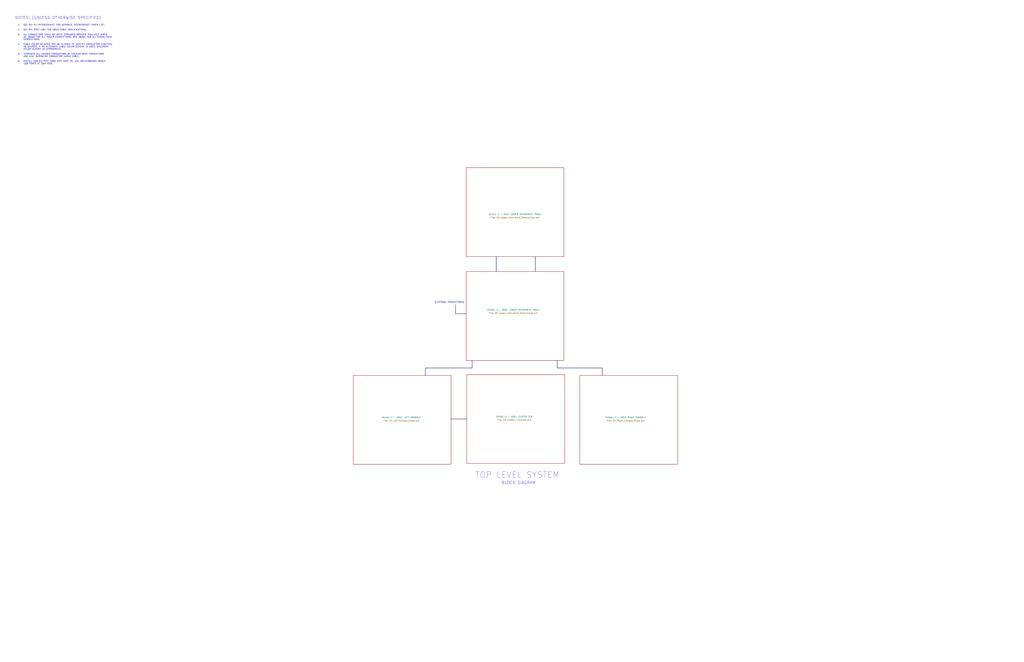
<source format=kicad_sch>
(kicad_sch (version 20230121) (generator eeschema)
  (paper "D")
  (title_block (title "INTERCONNECT,") (date "2023-06-10") (rev "-") (company "OPENHORNET.COM") (comment 1 "OH-INTERCONNECT") (comment 2 "OPENHORNET SYSTEM") (comment 3 "TOP LEVEL") (comment 4 "J. STEENSEN") (comment 6 "J. STEENSEN"))
  (junction (at 598.17 -86.36))
  (no_connect (at 786.13 -124.46))
  (no_connect (at 462.28 -170.18))
  (no_connect (at 613.41 -78.74))
  (no_connect (at 633.73 -78.74))
  (no_connect (at 643.89 -78.74))
  (no_connect (at 628.65 -78.74))
  (bus_entry (at 605.79 -81.28) (size 2.54 2.54))
  (bus_entry (at 632.46 -88.9) (size 2.54 2.54))
  (bus_entry (at 650.24 -100.33) (size 2.54 2.54))
  (bus_entry (at 600.71 -95.25) (size -2.54 2.54))
  (bus_entry (at 650.24 -115.57) (size 2.54 2.54))
  (bus_entry (at 600.71 -107.95) (size -2.54 2.54))
  (bus_entry (at 650.24 -118.11) (size 2.54 2.54))
  (bus_entry (at 603.25 -81.28) (size 2.54 2.54))
  (bus_entry (at 627.38 -88.9) (size 2.54 2.54))
  (bus_entry (at 622.3 -88.9) (size 2.54 2.54))
  (bus_entry (at 635 -88.9) (size 2.54 2.54))
  (bus_entry (at 600.71 -102.87) (size -2.54 2.54))
  (bus_entry (at 629.92 -88.9) (size 2.54 2.54))
  (bus_entry (at 650.24 -110.49) (size 2.54 2.54))
  (bus_entry (at 600.71 -92.71) (size -2.54 2.54))
  (bus_entry (at 650.24 -107.95) (size 2.54 2.54))
  (bus_entry (at 600.71 -97.79) (size -2.54 2.54))
  (bus_entry (at 600.71 -118.11) (size -2.54 2.54))
  (bus_entry (at 650.24 -95.25) (size 2.54 2.54))
  (bus_entry (at 650.24 -97.79) (size 2.54 2.54))
  (bus_entry (at 650.24 -102.87) (size 2.54 2.54))
  (bus_entry (at 624.84 -88.9) (size 2.54 2.54))
  (bus_entry (at 600.71 -100.33) (size -2.54 2.54))
  (bus_entry (at 600.71 -113.03) (size -2.54 2.54))
  (bus_entry (at 650.24 -113.03) (size 2.54 2.54))
  (bus_entry (at 637.54 -88.9) (size 2.54 2.54))
  (bus_entry (at 650.24 -92.71) (size 2.54 2.54))
  (bus_entry (at 600.71 -115.57) (size -2.54 2.54))
  (bus_entry (at 650.24 -105.41) (size 2.54 2.54))
  (bus_entry (at 617.22 -88.9) (size 2.54 2.54))
  (bus_entry (at 600.71 -105.41) (size -2.54 2.54))
  (bus_entry (at 619.76 -88.9) (size 2.54 2.54))
  (bus_entry (at 640.08 -88.9) (size 2.54 2.54))
  (bus_entry (at 600.71 -110.49) (size -2.54 2.54))
  (bus_entry (at 650.24 -120.65) (size 2.54 2.54))
  (bus_entry (at 600.71 -120.65) (size -2.54 2.54))
  (bus (pts (xy 652.78 -110.49) (xy 652.78 -107.95)))
  (wire (pts (xy 646.43 -80.01) (xy 648.97 -80.01)))
  (bus (pts (xy 598.17 -100.33) (xy 598.17 -97.79)))
  (bus (pts (xy 384.175 257.175) (xy 384.175 264.795)))
  (bus (pts (xy 605.79 -81.28) (xy 642.62 -81.28)))
  (bus (pts (xy 640.08 -86.36) (xy 642.62 -86.36)))
  (bus (pts (xy 598.17 -113.03) (xy 598.17 -110.49)))
  (wire (pts (xy 636.27 -78.74) (xy 636.27 -80.01)))
  (bus (pts (xy 398.145 304.165) (xy 398.145 310.515)))
  (bus (pts (xy 652.78 -118.11) (xy 652.78 -115.57)))
  (bus (pts (xy 652.78 -115.57) (xy 652.78 -113.03)))
  (bus (pts (xy 418.465 216.535) (xy 418.465 229.235)))
  (bus (pts (xy 627.38 -83.82) (xy 627.38 -86.36)))
  (bus (pts (xy 380.365 353.695) (xy 393.7 353.695)))
  (wire (pts (xy 623.57 -80.01) (xy 626.11 -80.01)))
  (bus (pts (xy 619.76 -86.36) (xy 622.3 -86.36)))
  (bus (pts (xy 598.17 -105.41) (xy 598.17 -102.87)))
  (bus (pts (xy 598.17 -110.49) (xy 598.17 -107.95)))
  (wire (pts (xy 618.49 -80.01) (xy 618.49 -78.74)))
  (bus (pts (xy 652.78 -97.79) (xy 652.78 -95.25)))
  (wire (pts (xy 638.81 -80.01) (xy 638.81 -78.74)))
  (bus (pts (xy 652.78 -105.41) (xy 652.78 -102.87)))
  (bus (pts (xy 469.9 310.515) (xy 508 310.515)))
  (bus (pts (xy 637.54 -86.36) (xy 640.08 -86.36)))
  (bus (pts (xy 398.145 310.515) (xy 358.775 310.515)))
  (bus (pts (xy 451.485 216.535) (xy 451.485 229.235)))
  (bus (pts (xy 598.17 -118.11) (xy 598.17 -115.57)))
  (bus (pts (xy 598.17 -81.28) (xy 603.25 -81.28)))
  (bus (pts (xy 598.17 -115.57) (xy 598.17 -113.03)))
  (bus (pts (xy 652.78 -102.87) (xy 652.78 -100.33)))
  (bus (pts (xy 358.775 310.515) (xy 358.775 316.865)))
  (bus (pts (xy 652.78 -100.33) (xy 652.78 -97.79)))
  (bus (pts (xy 598.17 -86.36) (xy 598.17 -81.28)))
  (wire (pts (xy 636.27 -80.01) (xy 638.81 -80.01)))
  (bus (pts (xy 635 -86.36) (xy 637.54 -86.36)))
  (wire (pts (xy 615.95 -80.01) (xy 618.49 -80.01)))
  (bus (pts (xy 652.78 -107.95) (xy 652.78 -105.41)))
  (bus (pts (xy 642.62 -86.36) (xy 642.62 -81.28)))
  (bus (pts (xy 598.17 -86.36) (xy 619.76 -86.36)))
  (bus (pts (xy 652.78 -92.71) (xy 652.78 -90.17)))
  (bus (pts (xy 598.17 -92.71) (xy 598.17 -90.17)))
  (bus (pts (xy 393.065 264.795) (xy 384.175 264.795)))
  (wire (pts (xy 626.11 -80.01) (xy 626.11 -78.74)))
  (bus (pts (xy 632.46 -86.36) (xy 635 -86.36)))
  (bus (pts (xy 469.9 304.165) (xy 469.9 310.515)))
  (bus (pts (xy 508 310.515) (xy 508 316.865)))
  (bus (pts (xy 629.92 -86.36) (xy 632.46 -86.36)))
  (bus (pts (xy 598.17 -102.87) (xy 598.17 -100.33)))
  (wire (pts (xy 648.97 -80.01) (xy 648.97 -78.74)))
  (bus (pts (xy 652.78 -95.25) (xy 652.78 -92.71)))
  (bus (pts (xy 624.84 -86.36) (xy 627.38 -86.36)))
  (wire (pts (xy 615.95 -78.74) (xy 615.95 -80.01)))
  (bus (pts (xy 652.78 -83.82) (xy 627.38 -83.82)))
  (bus (pts (xy 652.78 -90.17) (xy 652.78 -83.82)))
  (bus (pts (xy 598.17 -90.17) (xy 598.17 -86.36)))
  (bus (pts (xy 598.17 -97.79) (xy 598.17 -95.25)))
  (bus (pts (xy 652.78 -113.03) (xy 652.78 -110.49)))
  (bus (pts (xy 598.17 -107.95) (xy 598.17 -105.41)))
  (bus (pts (xy 598.17 -95.25) (xy 598.17 -92.71)))
  (wire (pts (xy 623.57 -78.74) (xy 623.57 -80.01)))
  (bus (pts (xy 622.3 -86.36) (xy 624.84 -86.36)))
  (wire (pts (xy 646.43 -78.74) (xy 646.43 -80.01)))
  (text_box "CABLE AND CONNECTOR QUICK REFERENCE" (at -6.35 -148.59 0) (size 276.86 135.89) (effects (font (size 2.4 2.4)) (justify left top)))
  (text_box "COMMON PCB QUICK REF" (at 355.6 -187.96 0) (size 497.84 184.15) (effects (font (size 2.4 2.4)) (justify left top)))
  (text "+3.3V_J7-2" (at 471.17 -29.21 90) (effects (font (size 1.27 1.27)) (justify left bottom)))
  (text "D7_J4-4" (at 728.98 -113.03 0) (effects (font (size 1.27 1.27)) (justify left bottom)))
  (text "D37_J6-2" (at 430.53 -104.14 0) (effects (font (size 1.27 1.27)) (justify left bottom)))
  (text "GND_J5-2" (at 791.21 -63.5 90) (effects (font (size 1.27 1.27)) (justify left bottom)))
  (text "NOTES: (UNLESS OTHERWISE SPECIFIED)\n" (at 12.7 16.51 0) (effects (font (size 2.3876 2.3876)) (justify left bottom)))
  (text "+5V_J7-3" (at 473.71 -29.21 90) (effects (font (size 1.27 1.27)) (justify left bottom)))
  (text "GND_J5-19" (at 516.89 -60.96 0) (effects (font (size 1.27 1.27)) (justify right bottom)))
  (text "A5_J4-11" (at 430.53 -134.62 0) (effects (font (size 1.27 1.27)) (justify left bottom)))
  (text "GND_J5-17" (at 516.89 -66.04 0) (effects (font (size 1.27 1.27)) (justify right bottom)))
  (text "~{D3_SCL}_J3-4" (at 839.47 -113.03 0) (effects (font (size 1.27 1.27)) (justify right bottom)))
  (text "D4-A6_J3-6" (at 694.69 -62.23 0) (effects (font (size 1.27 1.27)) (justify right bottom)))
  (text "~{D9_J3-9}" (at 516.89 -144.78 0) (effects (font (size 1.27 1.27)) (justify right bottom)))
  (text "GND_J6-19" (at 430.53 -60.96 0) (effects (font (size 1.27 1.27)) (justify left bottom)))
  (text "~{D3_J3-2}" (at 516.89 -162.56 0) (effects (font (size 1.27 1.27)) (justify right bottom)))
  (text "A6_J4-13" (at 430.53 -129.54 0) (effects (font (size 1.27 1.27)) (justify left bottom)))
  (text "~{D5_J3-17}" (at 516.89 -124.46 0) (effects (font (size 1.27 1.27)) (justify right bottom)))
  (text "GND_J6-4" (at 786.13 -63.5 90) (effects (font (size 1.27 1.27)) (justify left bottom)))
  (text "+5V_J4-19" (at 430.53 -114.3 0) (effects (font (size 1.27 1.27)) (justify left bottom)))
  (text "D15_J3-6" (at 516.89 -152.4 0) (effects (font (size 1.27 1.27)) (justify right bottom)))
  (text "~{D7_J3-13}" (at 516.89 -134.62 0) (effects (font (size 1.27 1.27)) (justify right bottom)))
  (text "D8-A8_J4-6" (at 554.99 -62.23 0) (effects (font (size 1.27 1.27)) (justify left bottom)))
  (text "GND_J3-10" (at 839.47 -97.79 0) (effects (font (size 1.27 1.27)) (justify right bottom)))
  (text "D14-MISO_J4-3" (at 554.99 -69.85 0) (effects (font (size 1.27 1.27)) (justify left bottom)))
  (text "D45_J5-10" (at 516.89 -83.82 0) (effects (font (size 1.27 1.27)) (justify right bottom)))
  (text "GND_J5-4" (at 796.29 -63.5 90) (effects (font (size 1.27 1.27)) (justify left bottom)))
  (text "A1_J3-5" (at 839.47 -110.49 0) (effects (font (size 1.27 1.27)) (justify right bottom)))
  (text "A3_J3-1" (at 839.47 -120.65 0) (effects (font (size 1.27 1.27)) (justify right bottom)))
  (text "D8-A8_J4-6" (at 728.98 -107.95 0) (effects (font (size 1.27 1.27)) (justify left bottom)))
  (text "   1.   SEE OH-PL-INTERCONNECT FOR SEPARATE INTERCONNECT PARTS LIST.\n\n   2.   SEE OH-SPEC-002 FOR ABSIS CABLE SPECIFICATIONS.\n\n   3.   ALL CONDUCTORS SHALL BE WHITE STRANDED/BRAIDED INSULATED WIRES \n        OF 16AWG FOR ALL POWER CONNECTIONS, AND 26AWG FOR ALL SIGNAL/DATA \n        CONNECTIONS.\n\n   4.   CABLE COLOR SCHEMES MAY BE ALTERED TO IDENTIFY CONDUCTOR FUNCTION, \n        AS DESIRED. IF AN ALTERNATE CABLE COLOR SCHEME IS USED, DOCUMENT \n        COLOR SCHEME AS APPROPRIATE.\n\n   5.   TERMINATE ALL UNUSED CONDUCTORS BY FOLDING BACK CONDUCTORS \n        AND HEAT SHRINKING CONDUCTOR ALONG CABLE.\n\n   6.   INSTALL USB 3.0 PCIE CARD INTO HOST PC. USE MOTHERBOARD-BASED \n        USB PORTS AT OWN RISK." (at 12.065 54.61 0) (effects (font (size 1.27 1.27)) (justify left bottom)))
  (text "(EXTERNAL CONNECTIONS)" (at 366.395 255.905 0) (effects (font (size 1.27 1.27)) (justify left bottom)))
  (text "D49_J5-6" (at 516.89 -93.98 0) (effects (font (size 1.27 1.27)) (justify right bottom)))
  (text "D17_J3-10" (at 516.89 -142.24 0) (effects (font (size 1.27 1.27)) (justify right bottom)))
  (text "~{D9-A9}_J4-8" (at 728.98 -102.87 0) (effects (font (size 1.27 1.27)) (justify left bottom)))
  (text "GND_J4-12" (at 728.98 -92.71 0) (effects (font (size 1.27 1.27)) (justify left bottom)))
  (text "D31_J6-8" (at 430.53 -88.9 0) (effects (font (size 1.27 1.27)) (justify left bottom)))
  (text "GND_J4-20" (at 430.53 -111.76 0) (effects (font (size 1.27 1.27)) (justify left bottom)))
  (text "GND_J4-18" (at 430.53 -116.84 0) (effects (font (size 1.27 1.27)) (justify left bottom)))
  (text "GND_J4-12" (at 554.99 -46.99 0) (effects (font (size 1.27 1.27)) (justify left bottom)))
  (text "D26_J6-11" (at 430.53 -81.28 0) (effects (font (size 1.27 1.27)) (justify left bottom)))
  (text "+5V_J5-20" (at 516.89 -58.42 0) (effects (font (size 1.27 1.27)) (justify right bottom)))
  (text "~{D13_J3-1}" (at 516.89 -165.1 0) (effects (font (size 1.27 1.27)) (justify right bottom)))
  (text "D27_J6-12" (at 430.53 -78.74 0) (effects (font (size 1.27 1.27)) (justify left bottom)))
  (text "D21_J3-18" (at 516.89 -121.92 0) (effects (font (size 1.27 1.27)) (justify right bottom)))
  (text "+5V_J4-17" (at 430.53 -119.38 0) (effects (font (size 1.27 1.27)) (justify left bottom)))
  (text "D52_J5-1" (at 516.89 -106.68 0) (effects (font (size 1.27 1.27)) (justify right bottom)))
  (text "GND_J5-2" (at 621.03 -17.78 90) (effects (font (size 1.27 1.27)) (justify left bottom)))
  (text "A13_J4-6" (at 430.53 -147.32 0) (effects (font (size 1.27 1.27)) (justify left bottom)))
  (text "A11_J4-10" (at 430.53 -137.16 0) (effects (font (size 1.27 1.27)) (justify left bottom)))
  (text "D2-SDA_J3-2" (at 694.69 -72.39 0) (effects (font (size 1.27 1.27)) (justify right bottom)))
  (text "D42_J5-11" (at 516.89 -81.28 0) (effects (font (size 1.27 1.27)) (justify right bottom)))
  (text "D46_J5-7" (at 516.89 -91.44 0) (effects (font (size 1.27 1.27)) (justify right bottom)))
  (text "GND_J4-10" (at 728.98 -97.79 0) (effects (font (size 1.27 1.27)) (justify left bottom)))
  (text "D15-SCK_J4-1" (at 728.98 -120.65 0) (effects (font (size 1.27 1.27)) (justify left bottom)))
  (text "GND_J3-10" (at 694.69 -52.07 0) (effects (font (size 1.27 1.27)) (justify right bottom)))
  (text "~{D6_J3-15}" (at 516.89 -129.54 0) (effects (font (size 1.27 1.27)) (justify right bottom)))
  (text "D10_J3-7" (at 516.89 -149.86 0) (effects (font (size 1.27 1.27)) (justify right bottom)))
  (text "GND_J3-22" (at 516.89 -111.76 0) (effects (font (size 1.27 1.27)) (justify right bottom)))
  (text "+5V_J4-9" (at 554.99 -54.61 0) (effects (font (size 1.27 1.27)) (justify left bottom)))
  (text "TOP LEVEL SYSTEM" (at 400.685 403.86 0) (effects (font (size 5 5)) (justify left bottom)))
  (text "A2_J3-3" (at 694.69 -69.85 0) (effects (font (size 1.27 1.27)) (justify right bottom)))
  (text "D14-MISO_J4-3" (at 728.98 -115.57 0) (effects (font (size 1.27 1.27)) (justify left bottom)))
  (text "A1_J4-3" (at 430.53 -154.94 0) (effects (font (size 1.27 1.27)) (justify left bottom)))
  (text "+5V_J3-11" (at 694.69 -49.53 0) (effects (font (size 1.27 1.27)) (justify right bottom)))
  (text "~{D10-A10}_J4-7" (at 554.99 -59.69 0) (effects (font (size 1.27 1.27)) (justify left bottom)))
  (text "D32_J6-5" (at 430.53 -96.52 0) (effects (font (size 1.27 1.27)) (justify left bottom)))
  (text "D28_J6-9" (at 430.53 -86.36 0) (effects (font (size 1.27 1.27)) (justify left bottom)))
  (text "D50_J5-3" (at 516.89 -101.6 0) (effects (font (size 1.27 1.27)) (justify right bottom)))
  (text "D53_J5-2" (at 516.89 -104.14 0) (effects (font (size 1.27 1.27)) (justify right bottom)))
  (text "GND_J6-17" (at 430.53 -66.04 0) (effects (font (size 1.27 1.27)) (justify left bottom)))
  (text "+5V_J6-18" (at 430.53 -63.5 0) (effects (font (size 1.27 1.27)) (justify left bottom)))
  (text "~{D6-A7}_J4-2" (at 554.99 -72.39 0) (effects (font (size 1.27 1.27)) (justify left bottom)))
  (text "D22_J6-15" (at 430.53 -71.12 0) (effects (font (size 1.27 1.27)) (justify left bottom)))
  (text "+5V_J4-9" (at 728.98 -100.33 0) (effects (font (size 1.27 1.27)) (justify left bottom)))
  (text "D24_J6-13" (at 430.53 -76.2 0) (effects (font (size 1.27 1.27)) (justify left bottom)))
  (text "+5V_J3-11" (at 839.47 -95.25 0) (effects (font (size 1.27 1.27)) (justify right bottom)))
  (text "~{D3_SCL}_J3-4" (at 694.69 -67.31 0) (effects (font (size 1.27 1.27)) (justify right bottom)))
  (text "A15_J4-2" (at 430.53 -157.48 0) (effects (font (size 1.27 1.27)) (justify left bottom)))
  (text "D18_J3-12" (at 516.89 -137.16 0) (effects (font (size 1.27 1.27)) (justify right bottom)))
  (text "~{D4_J3-19}" (at 516.89 -119.38 0) (effects (font (size 1.27 1.27)) (justify right bottom)))
  (text "D15-SCK_J4-1" (at 554.99 -74.93 0) (effects (font (size 1.27 1.27)) (justify left bottom)))
  (text "+12V_J7-1" (at 468.63 -29.21 90) (effects (font (size 1.27 1.27)) (justify left bottom)))
  (text "A8_J4-16" (at 430.53 -121.92 0) (effects (font (size 1.27 1.27)) (justify left bottom)))
  (text "+5V_J6-20" (at 430.53 -58.42 0) (effects (font (size 1.27 1.27)) (justify left bottom)))
  (text "D40_J5-13" (at 516.89 -76.2 0) (effects (font (size 1.27 1.27)) (justify right bottom)))
  (text "+5V_J3-9" (at 694.69 -54.61 0) (effects (font (size 1.27 1.27)) (justify right bottom)))
  (text "D44_J5-9" (at 516.89 -86.36 0) (effects (font (size 1.27 1.27)) (justify right bottom)))
  (text "A2_J3-3" (at 839.47 -115.57 0) (effects (font (size 1.27 1.27)) (justify right bottom)))
  (text "A0_J3-7" (at 694.69 -59.69 0) (effects (font (size 1.27 1.27)) (justify right bottom)))
  (text "GND_J5-4" (at 626.11 -17.78 90) (effects (font (size 1.27 1.27)) (justify left bottom)))
  (text "+3.3V_J6-2" (at 781.05 -63.5 90) (effects (font (size 1.27 1.27)) (justify left bottom)))
  (text "GND_J5-5" (at 628.65 -17.78 90) (effects (font (size 1.27 1.27)) (justify left bottom)))
  (text "D36_J6-1" (at 430.53 -106.68 0) (effects (font (size 1.27 1.27)) (justify left bottom)))
  (text "D51_J5-4" (at 516.89 -99.06 0) (effects (font (size 1.27 1.27)) (justify right bottom)))
  (text "GND_J4-10" (at 554.99 -52.07 0) (effects (font (size 1.27 1.27)) (justify left bottom)))
  (text "GND_J7-4" (at 476.25 -29.21 90) (effects (font (size 1.27 1.27)) (justify left bottom)))
  (text "GND_J5-1" (at 788.67 -63.5 90) (effects (font (size 1.27 1.27)) (justify left bottom)))
  (text "D11_J3-5" (at 516.89 -154.94 0) (effects (font (size 1.27 1.27)) (justify right bottom)))
  (text "D14_J3-4" (at 516.89 -157.48 0) (effects (font (size 1.27 1.27)) (justify right bottom)))
  (text "GND_J5-6" (at 631.19 -17.78 90) (effects (font (size 1.27 1.27)) (justify left bottom)))
  (text "D16-MOSI_J4-5" (at 728.98 -110.49 0) (effects (font (size 1.27 1.27)) (justify left bottom)))
  (text "D12_J3-3" (at 516.89 -160.02 0) (effects (font (size 1.27 1.27)) (justify right bottom)))
  (text "D43_J5-12" (at 516.89 -78.74 0) (effects (font (size 1.27 1.27)) (justify right bottom)))
  (text "D19_J3-14" (at 516.89 -132.08 0) (effects (font (size 1.27 1.27)) (justify right bottom)))
  (text "D23_J6-16" (at 430.53 -68.58 0) (effects (font (size 1.27 1.27)) (justify left bottom)))
  (text "ABSIS-CA-A-XXX CABLE (RS485 BUS CABLE) (\"MOLEX MINI-FIT JR\")\nPN: ABSIS-CA-A-XXX (WHERE \"XXX\" IS WIRE LENGTH IN MM) \nCONNECTORS: 2X 39-01-3065 (5557-06R-BL) (F CRIMP: 12X 39-00-0211) \nCONDUCTORS: 6X 16AWG STRANDED/BRAIDED CONDUCTORS, WHITE INSULATION\nMATES WITH: TYPE-E\n\nABSIS-CA-B-XXX CABLE (BL BUS CABLE) (\"MOLEX MINI-FIT JR\")\nPN: ABSIS-CA-B-XXX (WHERE \"XXX\" IS WIRE LENGTH IN MM) \nCONNECTORS: 2X 39-01-3045 (5557-04R-BL) (F CRIMP: 8X 39-00-0211)\nCONDUCTORS: 4X 16AWG STRANDED/BRAIDED CONDUCTORS, WHITE INSULATION\nMATES WITH: TYPE-F\n\nABSIS TYPE-C CABLE (I/O POWER BUS CABLE) (\"MOLEX MINI-FIT JR\")\nPN: ABSIS-CA-C-XXX (WHERE \"XXX\" IS WIRE LENGTH IN MM) \nCONNECTORS: 2X 39-01-3085 (5557-08R-BL) (F CRIMP: 16X 39-00-0211)\nCONDUCTORS: 8X 16AWG STRANDED/BRAIDED CONDUCTORS, WHITE INSULATION\nMATES WITH: TYPE-G\n\nABSIS TYPE-D (BL POWER BUS CABLE) (\"MOLEX MINI-FIT JR\")\nPN: ABSIS-CA-D-XXX (WHERE \"XXX\" IS WIRE LENGTH IN MM) \nCONNECTORS: 2X 39-01-3105 (5557-10R-BL) (F CRIMP: 20X 39-00-0211)\nCONDUCTORS: 10X 16AWG STRANDED/BRAIDED CONDUCTORS, WHITE INSULATION\nMATES WITH: 39-01-2101 (5559-10P) (M CRIMP: 39-00-0081)\n\nABSIS TYPE-E CABLE (RS485 BUS BULKHEAD CABLE) (\"MOLEX MINI-FIT JR\")\nPN: ABSIS-CA-E-XXX (WHERE \"XXX\" IS WIRE LENGTH IN MM) \nCONNECTORS: 2X 39-01-2061 (5559-06P) (M CRIMP: 12X 39-00-0081)\nCONDUCTORS: 6X 16AWG STRANDED/BRAIDED CONDUCTORS, WHITE INSULATION\nLENGTH: SHORT, PIGTAIL\nMATES WITH: TYPE-A\n\nABSIS TYPE-F CABLE (BL BUS BULKHEAD CABLE) (\"MOLEX MINI-FIT JR\")\nPN: ABSIS-CA-F-XXX (WHERE \"XXX\" IS WIRE LENGTH IN MM) \nCONNECTORS: 2X 39-01-2041 (5559-04P) (M CRIMP: 8X 39-00-0081)\nCONDUCTORS: 4X 16AWG STRANDED/BRAIDED CONDUCTORS, WHITE INSULATION\nMATES WITH: TYPE-B\n\nABSIS TYPE-G CABLE (I/O POWER BUS BULKHEAD CABLE) (\"MOLEX MINI-FIT JR\")\nPN: ABSIS-CA-G-XXX (WHERE \"XXX\" IS WIRE LENGTH IN MM) \nCONNECTORS: 2X 39-01-2081 (5559-08P) (M CRIMP: 16X 39-00-0081)\nCONDUCTORS: 8X 16AWG STRANDED/BRAIDED CONDUCTORS, WHITE INSULATION\nMATES WITH: TYPE-C\n\nABSIS TYPE-H CABLE (I/O ACCESSORY BULKHEAD CABLE) (\"MOLEX MINI-FIT JR\")\nPN: ABSIS-CA-H-XXX (WHERE \"XXX\" IS WIRE LENGTH IN MM) \nCONNECTOR #1: 39-01-2221 (5559-22P) (M CRIMP: 22X 39-00-0048)\nCONNECTOR #X: ALL OTHER CONNECTORS PER PRINT.\nCONDUCTORS: 22X 26AWG STRANDED/BRAIDED CONDUCTORS, WHITE INSULATION\nMATES WITH: 39-01-2220 (F CRIMP: 39-00-0209)\n\nABSIS-CA-J-XXX PWR ACCESSORY (\"MOLEX MINI-FIT JR\")\nPN: ABSIS-CA-J-XXX (WHERE \"XXX\" IS WIRE LENGTH IN MM) \nCONNECTOR #1: 1X 39-01-3025 (5557-02R-BL) (F CRIMP: 2X 39-00-0211)\nCONNECTOR #X: ALL OTHER CONNECTORS PER PRINT.\nCONDUCTORS: 2X 16AWG STRANDED/BRAIDED CONDUCTORS, WHITE INSULATION\nMATES WITH: TYPE-K" (at 187.96 -19.05 0) (effects (font (size 1.27 1.27)) (justify left bottom)))
  (text "D39_J5-16" (at 516.89 -68.58 0) (effects (font (size 1.27 1.27)) (justify right bottom)))
  (text "D29_J6-10" (at 430.53 -83.82 0) (effects (font (size 1.27 1.27)) (justify left bottom)))
  (text "BLOCK DIAGRAM" (at 422.91 408.94 0) (effects (font (size 2.4 2.4)) (justify left bottom)))
  (text "A7_J4-15" (at 430.53 -124.46 0) (effects (font (size 1.27 1.27)) (justify left bottom)))
  (text "D7_J4-4" (at 554.99 -67.31 0) (effects (font (size 1.27 1.27)) (justify left bottom)))
  (text "D41_J5-14" (at 516.89 -73.66 0) (effects (font (size 1.27 1.27)) (justify right bottom)))
  (text "~{D6-A7}_J4-2" (at 728.98 -118.11 0) (effects (font (size 1.27 1.27)) (justify left bottom)))
  (text "D4-A6_J3-6" (at 839.47 -107.95 0) (effects (font (size 1.27 1.27)) (justify right bottom)))
  (text "D33_J6-6" (at 430.53 -93.98 0) (effects (font (size 1.27 1.27)) (justify left bottom)))
  (text "D20_J3-16" (at 516.89 -127 0) (effects (font (size 1.27 1.27)) (justify right bottom)))
  (text "ALE PLUG REFERENCE (\"DUPONT\")\nNOTE: ALL WIRES ARE 26AWG UNLESS OTHERWISE SPECIFIED.\nALE P1/P2:   2x6: M20-1070600 (F CRIMP: M20-1160042)\nALE P3:       1x6: M20-1060600 (F CRIMP: M20-1160042)\nALE P4:       2x2: M20-1070200 (F CRIMP: M20-1160042)\nUSE IWISS SN-28B OR SIMILAR FOR CRIMPING TERMINALS\n\nABSIS TO SEPARATE PANEL CONNECTORS (\"JST SM\" SERIES)\nJACKS (F CONTACTS) / PLUGS (M CONTACTS)\nJACKS NEAREST ABSIS, PLUGS COMING FROM OTHER PANEL\n2-POS: SMP-02V-BC (F CRIMP: SHF-001T-0.8BS) / SMR-02V-B (M CRIMP: SYM-001T-P0.6(N))\n3-POS: SMP-03V-BC (F CRIMP: SHF-001T-0.8BS) / SMR-03V-B (M CRIMP: SYM-001T-P0.6(N))\n4-POS: SMP-04V-BC (F CRIMP: SHF-001T-0.8BS) / SMR-04V-B (M CRIMP: SYM-001T-P0.6(N))\n5-POS: SMP-05V-BC (F CRIMP: SHF-001T-0.8BS) / SMR-05V-B (M CRIMP: SYM-001T-P0.6(N))\n6-POS: SMP-06V-BC (F CRIMP: SHF-001T-0.8BS) / SMR-06V-B (M CRIMP: SYM-001T-P0.6(N))\nUSE IWISS SN-28B OR SIMILAR FOR CRIMPING TERMINALS\n\nABSIS RELAY TO EXT LOAD (\"JST PH\" SERIES)\nPCB SOCKET / WIRE PLUG\n2-POS: XXX / PHR-2 (M CRIMP: SPH-002T-P0.5L) (APPLICATION: ALE RELAY MODULE CH #1/#2)\n\nAMP TO BUTTKICKER\nJACKS / PLUGS\n2-POLE: NL2MPXX CHASSIS MNT / NL2FX" (at 71.12 -55.88 0) (effects (font (size 1.27 1.27)) (justify left bottom)))
  (text "KK MATING CONNECTORS\n10-11-2023 (OLD PN: 7880-2B) - 2 POS\n10-11-2033 (OLD PN: 7880-3B) - 3 POS\n10-11-2043 (OLD PN: 7880-4B) - 4 POS\n10-11-2053 (OLD PN: 7880-5B) - 5 POS\n10-11-2063 (OLD PN: 7880-6B) - 6 POS\n10-11-2073 (OLD PN: 7880-7B) - 7 POS\n10-11-2083 (OLD PN: 7880-8B) - 8 POS\n10-11-2093 (OLD PN: 7880-9B) - 9 POS" (at 2.54 -83.82 0) (effects (font (size 1.27 1.27)) (justify left bottom)))
  (text "D34_J6-3" (at 430.53 -101.6 0) (effects (font (size 1.27 1.27)) (justify left bottom)))
  (text "A1_J3-5" (at 694.69 -64.77 0) (effects (font (size 1.27 1.27)) (justify right bottom)))
  (text "A0_J4-1" (at 430.53 -160.02 0) (effects (font (size 1.27 1.27)) (justify left bottom)))
  (text "A10_J4-12" (at 430.53 -132.08 0) (effects (font (size 1.27 1.27)) (justify left bottom)))
  (text "D47_J5-8" (at 516.89 -88.9 0) (effects (font (size 1.27 1.27)) (justify right bottom)))
  (text "GND_J6-4" (at 613.41 -17.78 90) (effects (font (size 1.27 1.27)) (justify left bottom)))
  (text "D25_J6-14" (at 430.53 -73.66 0) (effects (font (size 1.27 1.27)) (justify left bottom)))
  (text "+5V_J4-11" (at 728.98 -95.25 0) (effects (font (size 1.27 1.27)) (justify left bottom)))
  (text "A12_J4-8" (at 430.53 -142.24 0) (effects (font (size 1.27 1.27)) (justify left bottom)))
  (text "~{D10-A10}_J4-7" (at 728.98 -105.41 0) (effects (font (size 1.27 1.27)) (justify left bottom)))
  (text "+3.3V_J6-2" (at 608.33 -17.78 90) (effects (font (size 1.27 1.27)) (justify left bottom)))
  (text "+12V_J6-1" (at 778.51 -63.5 90) (effects (font (size 1.27 1.27)) (justify left bottom)))
  (text "D2-SDA_J3-2" (at 839.47 -118.11 0) (effects (font (size 1.27 1.27)) (justify right bottom)))
  (text "~{D8_J3-11}" (at 516.89 -139.7 0) (effects (font (size 1.27 1.27)) (justify right bottom)))
  (text "D30_J6-7" (at 430.53 -91.44 0) (effects (font (size 1.27 1.27)) (justify left bottom)))
  (text "A9_J4-14" (at 430.53 -127 0) (effects (font (size 1.27 1.27)) (justify left bottom)))
  (text "GND_J3-8" (at 694.69 -57.15 0) (effects (font (size 1.27 1.27)) (justify right bottom)))
  (text "GND_J3-12" (at 839.47 -92.71 0) (effects (font (size 1.27 1.27)) (justify right bottom)))
  (text "GND_J3-20" (at 516.89 -116.84 0) (effects (font (size 1.27 1.27)) (justify right bottom)))
  (text "+5V_J4-11" (at 554.99 -49.53 0) (effects (font (size 1.27 1.27)) (justify left bottom)))
  (text "GND_J5-1" (at 618.49 -17.78 90) (effects (font (size 1.27 1.27)) (justify left bottom)))
  (text "GND_J3-21" (at 516.89 -114.3 0) (effects (font (size 1.27 1.27)) (justify right bottom)))
  (text "DUAL ROW DUPONT\nM20-1070200 -  4 POS\nM20-1070300 -  6 POS\nM20-1070400 -  8 POS\nM20-1070500 - 10 POS\nM20-1070600 - 12 POS\nM20-1070700 - 14 POS\nM20-1070800 - 16 POS\nM20-1070900 - 18 POS\nM20-1071000 - 20 POS\nM20-1071100 - 22 POS\nM20-1071200 - 24 POS\n\nSINGLE ROW DUPONT\nM20-1060200 - 2 POS\nM20-1060300 - 3 POS\nM20-1060400 - 4 POS\nM20-1060500 - 5 POS\nM20-1060600 - 6 POS\nM20-1060700 - 7 POS\nM20-1060800 - 8 POS\nM20-1060900 - 9 POS\nM20-1061000 - 10 POS\nM20-1061200 - 12 POS" (at 11.43 -27.94 0) (effects (font (size 1.27 1.27)) (justify left bottom)))
  (text "A3_J4-7" (at 430.53 -144.78 0) (effects (font (size 1.27 1.27)) (justify left bottom)))
  (text "+5V_J5-18" (at 516.89 -63.5 0) (effects (font (size 1.27 1.27)) (justify right bottom)))
  (text "D16_J3-8" (at 516.89 -147.32 0) (effects (font (size 1.27 1.27)) (justify right bottom)))
  (text "+5V_J6-3" (at 783.59 -63.5 90) (effects (font (size 1.27 1.27)) (justify left bottom)))
  (text "D48_J5-5" (at 516.89 -96.52 0) (effects (font (size 1.27 1.27)) (justify right bottom)))
  (text "GND_J5-3" (at 793.75 -63.5 90) (effects (font (size 1.27 1.27)) (justify left bottom)))
  (text "D16-MOSI_J4-5" (at 554.99 -64.77 0) (effects (font (size 1.27 1.27)) (justify left bottom)))
  (text "A0_J3-7" (at 839.47 -105.41 0) (effects (font (size 1.27 1.27)) (justify right bottom)))
  (text "+5V_J6-3" (at 610.87 -17.78 90) (effects (font (size 1.27 1.27)) (justify left bottom)))
  (text "GND_J3-8" (at 839.47 -102.87 0) (effects (font (size 1.27 1.27)) (justify right bottom)))
  (text "A14_J4-4" (at 430.53 -152.4 0) (effects (font (size 1.27 1.27)) (justify left bottom)))
  (text "A3_J3-1" (at 694.69 -74.93 0) (effects (font (size 1.27 1.27)) (justify right bottom)))
  (text "+12V_J6-1" (at 605.79 -17.78 90) (effects (font (size 1.27 1.27)) (justify left bottom)))
  (text "D38_J5-15" (at 516.89 -71.12 0) (effects (font (size 1.27 1.27)) (justify right bottom)))
  (text "+5V_J3-9" (at 839.47 -100.33 0) (effects (font (size 1.27 1.27)) (justify right bottom)))
  (text "~{D9-A9}_J4-8" (at 554.99 -57.15 0) (effects (font (size 1.27 1.27)) (justify left bottom)))
  (text "A4_J4-9" (at 430.53 -139.7 0) (effects (font (size 1.27 1.27)) (justify left bottom)))
  (text "GND_J5-5" (at 798.83 -63.5 90) (effects (font (size 1.27 1.27)) (justify left bottom)))
  (text "D35_J6-4" (at 430.53 -99.06 0) (effects (font (size 1.27 1.27)) (justify left bottom)))
  (text "A2_J4-5" (at 430.53 -149.86 0) (effects (font (size 1.27 1.27)) (justify left bottom)))
  (text "GND_J3-12" (at 694.69 -46.99 0) (effects (font (size 1.27 1.27)) (justify right bottom)))
  (text "GND_J5-6" (at 801.37 -63.5 90) (effects (font (size 1.27 1.27)) (justify left bottom)))
  (text "GND_J5-3" (at 623.57 -17.78 90) (effects (font (size 1.27 1.27)) (justify left bottom)))
  (label "~{D9-A9}_J4-8" (at 588.01 -57.15 180))
  (label "GND_J5-19" (at 492.76 -60.96 0))
  (label "D32_J6-5" (at 454.66 -96.52 180))
  (label "A14_J4-4" (at 454.66 -152.4 180))
  (label "~{D4_J3-19}" (at 492.76 -119.38 0))
  (label "+3.3V_J7-2" (at 471.17 -54.61 270))
  (label "~{D8_J3-11}" (at 492.76 -139.7 0))
  (label "GND_J3-8" (at 666.75 -57.15 0))
  (label "D8-A8_J4-6" (at 762 -107.95 180))
  (label "A7_J4-15" (at 454.66 -124.46 180))
  (label "~{D10-A10}_J4-7" (at 762 -105.41 180))
  (label "D18_J3-12" (at 492.76 -137.16 0))
  (label "A2_J3-3" (at 811.53 -115.57 0))
  (label "D28_J6-9" (at 454.66 -86.36 180))
  (label "D14_J3-4" (at 492.76 -157.48 0))
  (label "GND_J5-2" (at 621.03 -43.18 270))
  (label "+5V_J7-3" (at 473.71 -54.61 270))
  (label "GND_J5-3" (at 623.57 -43.18 270))
  (label "~{D9_J3-9}" (at 492.76 -144.78 0))
  (label "D48_J5-5" (at 492.76 -96.52 0))
  (label "D33_J6-6" (at 454.66 -93.98 180))
  (label "D15_J3-6" (at 492.76 -152.4 0))
  (label "D15-SCK_J4-1" (at 588.01 -74.93 180))
  (label "D38_J5-15" (at 492.76 -71.12 0))
  (label "GND_J3-10" (at 811.53 -97.79 0))
  (label "GND_J5-2" (at 791.21 -88.9 270))
  (label "D20_J3-16" (at 492.76 -127 0))
  (label "+5V_J4-19" (at 454.66 -114.3 180))
  (label "CH2_-" (at 648.97 -43.18 270))
  (label "D17_J3-10" (at 492.76 -142.24 0))
  (label "GND_J7-4" (at 476.25 -54.61 270))
  (label "GND_J5-6" (at 631.19 -43.18 270))
  (label "A3_J3-1" (at 666.75 -74.93 0))
  (label "~{D6-A7}_J4-2" (at 588.01 -72.39 180))
  (label "GND_J4-12" (at 588.01 -46.99 180))
  (label "D11_J3-5" (at 492.76 -154.94 0))
  (label "D35_J6-4" (at 454.66 -99.06 180))
  (label "D19_J3-14" (at 492.76 -132.08 0))
  (label "GND_J5-1" (at 618.49 -43.18 270))
  (label "GND_J3-12" (at 811.53 -92.71 0))
  (label "A0_J4-1" (at 454.66 -160.02 180))
  (label "A2_J3-3" (at 666.75 -69.85 0))
  (label "GND_J5-17" (at 492.76 -66.04 0))
  (label "D21_J3-18" (at 492.76 -121.92 0))
  (label "GND_J5-5" (at 628.65 -43.18 270))
  (label "~{D7_J3-13}" (at 492.76 -134.62 0))
  (label "A12_J4-8" (at 454.66 -142.24 180))
  (label "GND_J6-4" (at 613.41 -43.18 270))
  (label "+5V_J5-18" (at 492.76 -63.5 0))
  (label "D16-MOSI_J4-5" (at 588.01 -64.77 180))
  (label "A8_J4-16" (at 454.66 -121.92 180))
  (label "D7_J4-4" (at 588.01 -67.31 180))
  (label "A6_J4-13" (at 454.66 -129.54 180))
  (label "GND_J3-12" (at 666.75 -46.99 0))
  (label "D39_J5-16" (at 492.76 -68.58 0))
  (label "D37_J6-2" (at 454.66 -104.14 180))
  (label "D29_J6-10" (at 454.66 -83.82 180))
  (label "GND_J4-18" (at 454.66 -116.84 180))
  (label "D16-MOSI_J4-5" (at 762 -110.49 180))
  (label "GND_J5-5" (at 798.83 -88.9 270))
  (label "GND_J6-4" (at 786.13 -88.9 270))
  (label "D30_J6-7" (at 454.66 -91.44 180))
  (label "+12V_J6-1" (at 778.51 -88.9 270))
  (label "CH1_+" (at 636.27 -43.18 270))
  (label "D14-MISO_J4-3" (at 762 -115.57 180))
  (label "D43_J5-12" (at 492.76 -78.74 0))
  (label "D51_J5-4" (at 492.76 -99.06 0))
  (label "+5V_J6-3" (at 610.87 -43.18 270))
  (label "+5V_J3-9" (at 811.53 -100.33 0))
  (label "GND_J4-20" (at 454.66 -111.76 180))
  (label "CH1_-" (at 638.81 -43.18 270))
  (label "D40_J5-13" (at 492.76 -76.2 0))
  (label "D26_J6-11" (at 454.66 -81.28 180))
  (label "D52_J5-1" (at 492.76 -106.68 0))
  (label "D45_J5-10" (at 492.76 -83.82 0))
  (label "~{D3_SCL}_J3-4" (at 666.75 -67.31 0))
  (label "~{D6-A7}_J4-2" (at 762 -118.11 180))
  (label "A1_J4-3" (at 454.66 -154.94 180))
  (label "D16_J3-8" (at 492.76 -147.32 0))
  (label "+5V_J6-20" (at 454.66 -58.42 180))
  (label "A11_J4-10" (at 454.66 -137.16 180))
  (label "D8-A8_J4-6" (at 588.01 -62.23 180))
  (label "GND_J5-4" (at 626.11 -43.18 270))
  (label "~{D9-A9}_J4-8" (at 762 -102.87 180))
  (label "+3.3V_J6-2" (at 608.33 -43.18 270))
  (label "D42_J5-11" (at 492.76 -81.28 0))
  (label "D12_J3-3" (at 492.76 -160.02 0))
  (label "GND_J4-10" (at 762 -97.79 180))
  (label "+5V_J4-11" (at 762 -95.25 180))
  (label "GND_J3-21" (at 492.76 -114.3 0))
  (label "D47_J5-8" (at 492.76 -88.9 0))
  (label "+3.3V_J6-2" (at 781.05 -88.9 270))
  (label "D7_J4-4" (at 762 -113.03 180))
  (label "+5V_J6-18" (at 454.66 -63.5 180))
  (label "A0_J3-7" (at 666.75 -59.69 0))
  (label "D10_J3-7" (at 492.76 -149.86 0))
  (label "A3_J4-7" (at 454.66 -144.78 180))
  (label "D24_J6-13" (at 454.66 -76.2 180))
  (label "D25_J6-14" (at 454.66 -73.66 180))
  (label "A10_J4-12" (at 454.66 -132.08 180))
  (label "+5V_J4-17" (at 454.66 -119.38 180))
  (label "D27_J6-12" (at 454.66 -78.74 180))
  (label "D41_J5-14" (at 492.76 -73.66 0))
  (label "D46_J5-7" (at 492.76 -91.44 0))
  (label "CH2_+" (at 646.43 -43.18 270))
  (label "+12V_J7-1" (at 468.63 -54.61 270))
  (label "D31_J6-8" (at 454.66 -88.9 180))
  (label "GND_J3-10" (at 666.75 -52.07 0))
  (label "GND_J3-22" (at 492.76 -111.76 0))
  (label "GND_J6-19" (at 454.66 -60.96 180))
  (label "GND_J3-20" (at 492.76 -116.84 0))
  (label "GND_J4-10" (at 588.01 -52.07 180))
  (label "D34_J6-3" (at 454.66 -101.6 180))
  (label "D50_J5-3" (at 492.76 -101.6 0))
  (label "D15-SCK_J4-1" (at 762 -120.65 180))
  (label "GND_J5-6" (at 801.37 -88.9 270))
  (label "GND_J6-17" (at 454.66 -66.04 180))
  (label "D4-A6_J3-6" (at 811.53 -107.95 0))
  (label "+5V_J5-20" (at 492.76 -58.42 0))
  (label "+5V_J6-3" (at 783.59 -88.9 270))
  (label "+12V_J6-1" (at 605.79 -43.18 270))
  (label "D2-SDA_J3-2" (at 811.53 -118.11 0))
  (label "A5_J4-11" (at 454.66 -134.62 180))
  (label "D49_J5-6" (at 492.76 -93.98 0))
  (label "A1_J3-5" (at 811.53 -110.49 0))
  (label "A4_J4-9" (at 454.66 -139.7 180))
  (label "D44_J5-9" (at 492.76 -86.36 0))
  (label "~{D13_J3-1}" (at 492.76 -165.1 0))
  (label "+5V_J3-11" (at 811.53 -95.25 0))
  (label "+5V_J4-9" (at 588.01 -54.61 180))
  (label "D14-MISO_J4-3" (at 588.01 -69.85 180))
  (label "~{D3_J3-2}" (at 492.76 -162.56 0))
  (label "D4-A6_J3-6" (at 666.75 -62.23 0))
  (label "GND_J4-12" (at 762 -92.71 180))
  (label "~{D10-A10}_J4-7" (at 588.01 -59.69 180))
  (label "~{D3_SCL}_J3-4" (at 811.53 -113.03 0))
  (label "GND_J3-8" (at 811.53 -102.87 0))
  (label "~{D6_J3-15}" (at 492.76 -129.54 0))
  (label "A1_J3-5" (at 666.75 -64.77 0))
  (label "A13_J4-6" (at 454.66 -147.32 180))
  (label "D22_J6-15" (at 454.66 -71.12 180))
  (label "+5V_J4-9" (at 762 -100.33 180))
  (label "+5V_J3-9" (at 666.75 -54.61 0))
  (label "D23_J6-16" (at 454.66 -68.58 180))
  (label "D36_J6-1" (at 454.66 -106.68 180))
  (label "D2-SDA_J3-2" (at 666.75 -72.39 0))
  (label "A0_J3-7" (at 811.53 -105.41 0))
  (label "A2_J4-5" (at 454.66 -149.86 180))
  (label "+5V_J4-11" (at 588.01 -49.53 180))
  (label "GND_J5-1" (at 788.67 -88.9 270))
  (label "D53_J5-2" (at 492.76 -104.14 0))
  (label "A15_J4-2" (at 454.66 -157.48 180))
  (label "~{D5_J3-17}" (at 492.76 -124.46 0))
  (label "GND_J5-4" (at 796.29 -88.9 270))
  (label "GND_J5-3" (at 793.75 -88.9 270))
  (label "A9_J4-14" (at 454.66 -127 180))
  (label "+5V_J3-11" (at 666.75 -49.53 0))
  (label "A3_J3-1" (at 811.53 -120.65 0))
  (symbol (lib_id "Connector_Generic:Conn_01x01") (at 781.05 -129.54 90) (unit 1)
    (property "Reference" "J?" (effects hide))
    (property "PN" "NOPOP" (effects hide))
  )
  (symbol (lib_id "OH_Interconnect-rescue:ABSIS_Generic_BackLightPCB-ABSIS_2.0") (at 374.65 -41.91 0) (unit 1)
    (property "Reference" "A?" (at 379.1712 -43.2816 0) (effects (justify left)))
    (property "Value" "ABSIS_Generic_BackLightPCB" (at 379.1712 -40.9702 0) (effects (justify left)))
    (property "PN" "NOPOP" (effects hide))
  )
  (symbol (lib_id "OH_Interconnect-rescue:Conn_01x20_Female-Connector") (at 518.16 -83.82 0) (mirror y) (unit 1)
    (property "Reference" "P?" (at 520.7 -113.03 0))
    (property "Value" "M20-1071000" (at 520.7 -110.49 0))
    (property "PN" "NOPOP" (effects hide))
  )
  (symbol (lib_id "OH_Interconnect-rescue:Conn_01x20_Female-Connector") (at 429.26 -137.16 0) (unit 1)
    (property "Reference" "P?" (at 426.72 -166.37 0))
    (property "Value" "M20-1071000" (at 426.72 -163.83 0))
    (property "PN" "NOPOP" (effects hide))
  )
  (symbol (lib_id "OH_Interconnect-rescue:Conn_01x20_Female-Connector") (at 429.26 -83.82 0) (unit 1)
    (property "Reference" "P?" (at 426.72 -113.03 0))
    (property "Value" "M20-1071000" (at 426.72 -110.49 0))
    (property "PN" "NOPOP" (effects hide))
  )
  (symbol (lib_id "Connector_Generic:Conn_01x01") (at 617.22 -129.54 90) (unit 1)
    (property "Reference" "J?" (effects hide))
    (property "PN" "NOPOP" (effects hide))
  )
  (symbol (lib_id "Connector_Generic:Conn_01x01") (at 619.76 -129.54 90) (unit 1)
    (property "Reference" "J?" (effects hide))
    (property "PN" "NOPOP" (effects hide))
  )
  (symbol (lib_id "Connector_Generic:Conn_01x01") (at 624.84 -129.54 90) (unit 1)
    (property "Reference" "J?" (effects hide))
    (property "PN" "NOPOP" (effects hide))
  )
  (symbol (lib_id "OH_Interconnect:ABSIS_ALE-ABSIS_2.0") (at 793.75 -106.68 0) (unit 1)
    (property "Reference" "A?" (at 808.99 -125.73 0) (effects (justify right)))
    (property "Value" "ABSIS_ALE" (at 808.99 -123.19 0) (effects (justify right)))
    (property "PN" "NOPOP" (effects hide))
  )
  (symbol (lib_id "OH_Interconnect-rescue:Conn_01x04_Female-Connector") (at 608.33 -16.51 90) (unit 1)
    (property "Reference" "P?" (at 603.25 -15.24 90) (effects (justify left)))
    (property "Value" "M20-1070200" (at 603.25 -12.7 90) (effects (justify left)))
    (property "PN" "NOPOP" (effects hide))
  )
  (symbol (lib_id "OH_Interconnect-rescue:Conn_01x06_Female-Connector") (at 623.57 -16.51 90) (unit 1)
    (property "Reference" "P?" (at 632.46 -15.24 90) (effects (justify right)))
    (property "Value" "M20-1060600" (at 632.46 -12.7 90) (effects (justify right)))
    (property "PN" "NOPOP" (effects hide))
  )
  (symbol (lib_id "OH_Interconnect-rescue:ABSIS_Mega_2.0-ABSIS_2.0") (at 472.44 -109.22 0) (unit 1)
    (property "Reference" "A?" (at 488.95 -171.45 0))
    (property "Value" "ABSIS_Mega_2.0" (at 482.6 -168.91 0))
    (property "PN" "NOPOP" (effects hide))
  )
  (symbol (lib_id "OH_Interconnect-rescue:Conn_01x04_Female-Connector") (at 781.05 -62.23 90) (unit 1)
    (property "Reference" "P6" (at 775.97 -60.96 90) (effects (justify left)))
    (property "Value" "M20-1070200" (at 775.97 -58.42 90) (effects (justify left)))
    (property "PN" "NOPOP" (effects hide))
  )
  (symbol (lib_id "OH_Interconnect-rescue:Conn_01x06_Female-Connector") (at 793.75 -62.23 90) (unit 1)
    (property "Reference" "P5" (at 802.64 -60.96 90) (effects (justify right)))
    (property "Value" "M20-1060600" (at 802.64 -58.42 90) (effects (justify right)))
    (property "PN" "NOPOP" (effects hide))
  )
  (symbol (lib_id "OH_Interconnect-rescue:Conn_01x12_Female-Connector") (at 840.74 -107.95 0) (mirror y) (unit 1)
    (property "Reference" "P3" (at 843.28 -127 0))
    (property "Value" "M20-1070600" (at 843.28 -124.46 0))
    (property "PN" "NOPOP" (effects hide))
  )
  (symbol (lib_id "OH_Interconnect-rescue:Conn_01x12_Female-Connector") (at 695.96 -62.23 0) (mirror y) (unit 1)
    (property "Reference" "P?" (at 698.5 -81.28 0))
    (property "Value" "M20-1070600" (at 698.5 -78.74 0))
    (property "PN" "NOPOP" (effects hide))
  )
  (symbol (lib_id "Connector_Generic:Conn_01x01") (at 778.51 -129.54 90) (unit 1)
    (property "Reference" "J?" (effects hide))
    (property "PN" "NOPOP" (effects hide))
  )
  (symbol (lib_id "Connector_Generic:Conn_01x01") (at 473.71 -175.26 90) (unit 1)
    (property "Reference" "J?" (at 476.25 -175.26 90) (effects (justify right)))
    (property "PN" "NOPOP" (effects hide))
  )
  (symbol (lib_id "Connector_Generic:Conn_01x01") (at 471.17 -175.26 90) (unit 1)
    (property "Reference" "J?" (at 468.63 -175.26 90) (effects (justify left)))
    (property "PN" "NOPOP" (effects hide))
  )
  (symbol (lib_id "OH_Interconnect-rescue:Conn_01x20_Female-Connector") (at 518.16 -142.24 0) (mirror y) (unit 1)
    (property "Reference" "P?" (at 520.7 -171.45 0))
    (property "Value" "M20-1071000" (at 520.7 -168.91 0))
    (property "PN" "NOPOP" (effects hide))
  )
  (symbol (lib_id "OH_Interconnect:ABSIS_ALE-ABSIS_2.0") (at 632.46 -106.68 0) (unit 1)
    (property "Reference" "A?" (at 647.7 -125.73 0) (effects (justify right)))
    (property "Value" "ABSIS_ALE" (at 647.7 -123.19 0) (effects (justify right)))
    (property "PN" "NOPOP" (effects hide))
  )
  (symbol (lib_id "OH_Interconnect-rescue:Conn_01x12_Female-Connector") (at 727.71 -107.95 0) (unit 1)
    (property "Reference" "P4" (at 725.17 -127 0))
    (property "Value" "M20-1070600" (at 725.17 -124.46 0))
    (property "PN" "NOPOP" (effects hide))
  )
  (symbol (lib_id "OH_Interconnect-rescue:Conn_01x12_Female-Connector") (at 553.72 -62.23 0) (unit 1)
    (property "Reference" "P?" (at 551.18 -81.28 0))
    (property "Value" "M20-1070600" (at 551.18 -78.74 0))
    (property "PN" "NOPOP" (effects hide))
  )
  (symbol (lib_id "OH_Interconnect-rescue:Conn_01x04_Female-Connector") (at 471.17 -27.94 90) (unit 1)
    (property "Reference" "P?" (at 466.09 -26.67 90) (effects (justify left)))
    (property "Value" "M20-1070200" (at 466.09 -24.13 90) (effects (justify left)))
    (property "PN" "NOPOP" (effects hide))
  )
  (symbol (lib_id "OH_Interconnect-rescue:ABSIS_ALE_Relay_Module-ABSIS_2.0") (at 619.76 -60.96 0) (unit 1)
    (property "Reference" "4A5A2A?" (at 664.21 -81.28 0) (effects (justify right)))
    (property "Value" "ABSIS_ALE_Relay_Module" (at 650.24 -78.74 0) (effects (justify left)))
    (property "PN" "NOPOP" (effects hide))
  )
  (sheet (at 393.065 141.605) (size 82.55 74.93)
    (property "Sheetname" "OH1A1-1 - ASSY, UPPER INSTRUMENT PANEL" (at 434.34 181.61 0) (effects (justify bottom)))
    (property "Sheetfile" "OH_Upper_Instrument_Panel.kicad_sch" (at 434.34 182.88 0) (effects (justify top)))
  )
  (sheet (at 393.065 229.235) (size 82.55 74.93)
    (property "Sheetname" "OH2A1-1 - ASSY, LOWER INSTRUMENT PANEL" (at 433.07 262.255 0) (effects (justify bottom)))
    (property "Sheetfile" "OH_Lower_Instrument_Panel.kicad_sch" (at 433.07 263.525 0) (effects (justify top)))
  )
  (sheet (at 297.815 316.865) (size 82.55 74.93)
    (property "Sheetname" "OH4A1-1 - ASSY, LEFT CONSOLE" (at 338.455 353.06 0) (effects (justify bottom)))
    (property "Sheetfile" "OH_Left_Console.kicad_sch" (at 338.455 354.33 0) (effects (justify top)))
  )
  (sheet (at 393.7 316.23) (size 82.55 74.93)
    (property "Sheetname" "OH3A1-1 - ASSY, CENTER TUB" (at 433.705 352.425 0) (effects (justify bottom)))
    (property "Sheetfile" "OH_Center_Tub.kicad_sch" (at 433.705 353.695 0) (effects (justify top)))
  )
  (sheet (at 488.95 316.865) (size 82.55 74.93)
    (property "Sheetname" "OH5A1-1 - ASSY, RIGHT CONSOLE" (at 527.685 353.06 0) (effects (justify bottom)))
    (property "Sheetfile" "OH_Right_Console.kicad_sch" (at 527.685 354.33 0) (effects (justify top)))
  )
)
</source>
